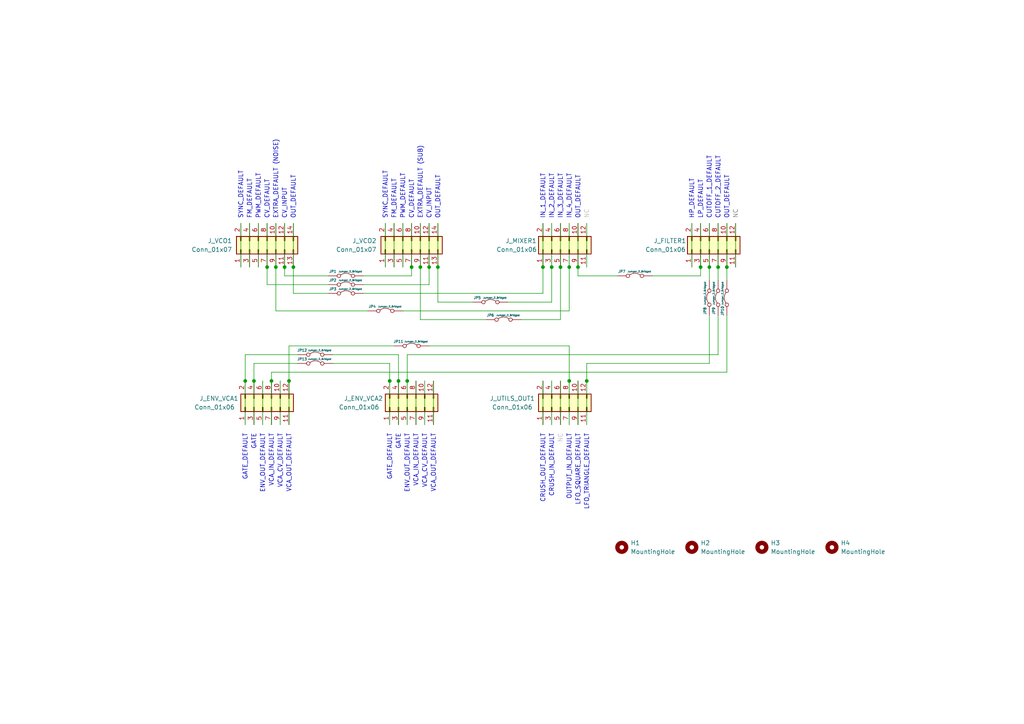
<source format=kicad_sch>
(kicad_sch (version 20250114) (generator "eeschema") (generator_version "9.0")
  (paper "A4")
  (lib_symbols
    (symbol "Connector_Generic:Conn_02x06_Odd_Even" (pin_names (offset 1.016) (hide yes))
      (property "Reference" "J" (at 1.27 7.62 0))
      (property "Value" "Conn_02x06_Odd_Even" (at 1.27 -10.16 0))
      (symbol "Conn_02x06_Odd_Even_1_1"
        (rectangle (start -1.27 6.35) (end 3.81 -8.89) (stroke (width 0.254)) (fill (type background)))
        (rectangle (start -1.27 5.207) (end 0 4.953) (stroke (width 0.1524)))
        (rectangle (start -1.27 2.667) (end 0 2.413) (stroke (width 0.1524)))
        (rectangle (start -1.27 0.127) (end 0 -0.127) (stroke (width 0.1524)))
        (rectangle (start -1.27 -2.413) (end 0 -2.667) (stroke (width 0.1524)))
        (rectangle (start -1.27 -4.953) (end 0 -5.207) (stroke (width 0.1524)))
        (rectangle (start -1.27 -7.493) (end 0 -7.747) (stroke (width 0.1524)))
        (rectangle (start 3.81 5.207) (end 2.54 4.953) (stroke (width 0.1524)))
        (rectangle (start 3.81 2.667) (end 2.54 2.413) (stroke (width 0.1524)))
        (rectangle (start 3.81 0.127) (end 2.54 -0.127) (stroke (width 0.1524)))
        (rectangle (start 3.81 -2.413) (end 2.54 -2.667) (stroke (width 0.1524)))
        (rectangle (start 3.81 -4.953) (end 2.54 -5.207) (stroke (width 0.1524)))
        (rectangle (start 3.81 -7.493) (end 2.54 -7.747) (stroke (width 0.1524)))
        (pin passive line (at -5.08 5.08 0) (length 3.81) (name "Pin_1") (number "1"))
        (pin passive line (at -5.08 2.54 0) (length 3.81) (name "Pin_3") (number "3"))
        (pin passive line (at -5.08 0 0) (length 3.81) (name "Pin_5") (number "5"))
        (pin passive line (at -5.08 -2.54 0) (length 3.81) (name "Pin_7") (number "7"))
        (pin passive line (at -5.08 -5.08 0) (length 3.81) (name "Pin_9") (number "9"))
        (pin passive line (at -5.08 -7.62 0) (length 3.81) (name "Pin_11") (number "11"))
        (pin passive line (at 7.62 5.08 180) (length 3.81) (name "Pin_2") (number "2"))
        (pin passive line (at 7.62 2.54 180) (length 3.81) (name "Pin_4") (number "4"))
        (pin passive line (at 7.62 0 180) (length 3.81) (name "Pin_6") (number "6"))
        (pin passive line (at 7.62 -2.54 180) (length 3.81) (name "Pin_8") (number "8"))
        (pin passive line (at 7.62 -5.08 180) (length 3.81) (name "Pin_10") (number "10"))
        (pin passive line (at 7.62 -7.62 180) (length 3.81) (name "Pin_12") (number "12"))
      )
    )
    (symbol "Connector_Generic:Conn_02x07_Odd_Even" (pin_names (offset 1.016) (hide yes))
      (property "Reference" "J" (at 1.27 10.16 0))
      (property "Value" "Conn_02x07_Odd_Even" (at 1.27 -10.16 0))
      (symbol "Conn_02x07_Odd_Even_1_1"
        (rectangle (start -1.27 8.89) (end 3.81 -8.89) (stroke (width 0.254)) (fill (type background)))
        (rectangle (start -1.27 7.747) (end 0 7.493) (stroke (width 0.1524)))
        (rectangle (start -1.27 5.207) (end 0 4.953) (stroke (width 0.1524)))
        (rectangle (start -1.27 2.667) (end 0 2.413) (stroke (width 0.1524)))
        (rectangle (start -1.27 0.127) (end 0 -0.127) (stroke (width 0.1524)))
        (rectangle (start -1.27 -2.413) (end 0 -2.667) (stroke (width 0.1524)))
        (rectangle (start -1.27 -4.953) (end 0 -5.207) (stroke (width 0.1524)))
        (rectangle (start -1.27 -7.493) (end 0 -7.747) (stroke (width 0.1524)))
        (rectangle (start 3.81 7.747) (end 2.54 7.493) (stroke (width 0.1524)))
        (rectangle (start 3.81 5.207) (end 2.54 4.953) (stroke (width 0.1524)))
        (rectangle (start 3.81 2.667) (end 2.54 2.413) (stroke (width 0.1524)))
        (rectangle (start 3.81 0.127) (end 2.54 -0.127) (stroke (width 0.1524)))
        (rectangle (start 3.81 -2.413) (end 2.54 -2.667) (stroke (width 0.1524)))
        (rectangle (start 3.81 -4.953) (end 2.54 -5.207) (stroke (width 0.1524)))
        (rectangle (start 3.81 -7.493) (end 2.54 -7.747) (stroke (width 0.1524)))
        (pin passive line (at -5.08 7.62 0) (length 3.81) (name "Pin_1") (number "1"))
        (pin passive line (at -5.08 5.08 0) (length 3.81) (name "Pin_3") (number "3"))
        (pin passive line (at -5.08 2.54 0) (length 3.81) (name "Pin_5") (number "5"))
        (pin passive line (at -5.08 0 0) (length 3.81) (name "Pin_7") (number "7"))
        (pin passive line (at -5.08 -2.54 0) (length 3.81) (name "Pin_9") (number "9"))
        (pin passive line (at -5.08 -5.08 0) (length 3.81) (name "Pin_11") (number "11"))
        (pin passive line (at -5.08 -7.62 0) (length 3.81) (name "Pin_13") (number "13"))
        (pin passive line (at 7.62 7.62 180) (length 3.81) (name "Pin_2") (number "2"))
        (pin passive line (at 7.62 5.08 180) (length 3.81) (name "Pin_4") (number "4"))
        (pin passive line (at 7.62 2.54 180) (length 3.81) (name "Pin_6") (number "6"))
        (pin passive line (at 7.62 0 180) (length 3.81) (name "Pin_8") (number "8"))
        (pin passive line (at 7.62 -2.54 180) (length 3.81) (name "Pin_10") (number "10"))
        (pin passive line (at 7.62 -5.08 180) (length 3.81) (name "Pin_12") (number "12"))
        (pin passive line (at 7.62 -7.62 180) (length 3.81) (name "Pin_14") (number "14"))
      )
    )
    (symbol "Jumper:Jumper_2_Bridged" (pin_numbers (hide yes)) (pin_names (offset 0) (hide yes))
      (property "Reference" "JP" (at 0 1.905 0))
      (property "Value" "Jumper_2_Bridged" (at 0 -2.54 0))
      (symbol "Jumper_2_Bridged_0_0"
        (circle (center -2.032 0) (radius 0.508))
        (circle (center 2.032 0) (radius 0.508))
      )
      (symbol "Jumper_2_Bridged_0_1"
        (arc (start -1.524 0.254) (mid 0 0.762) (end 1.524 0.254))
      )
      (symbol "Jumper_2_Bridged_1_1"
        (pin passive line (at -5.08 0 0) (length 2.54) (name "A") (number "1"))
        (pin passive line (at 5.08 0 180) (length 2.54) (name "B") (number "2"))
      )
    )
    (symbol "Mechanical:MountingHole" (pin_names (offset 1.016)) (in_bom no)
      (property "Reference" "H" (at 0 5.08 0))
      (property "Value" "MountingHole" (at 0 3.175 0))
      (symbol "MountingHole_0_1"
        (circle (center 0 0) (radius 1.27) (stroke (width 1.27)))
      )
    )
  )
  (text "HP_DEFAULT" (at 200.66 63.5 90) (effects (font (size 1.27 1.27)) (justify left)))
  (text "VCA_IN_DEFAULT" (at 120.65 125.73 90) (effects (font (size 1.27 1.27)) (justify right)))
  (text "GATE_DEFAULT" (at 113.03 125.73 90) (effects (font (size 1.27 1.27)) (justify right)))
  (text "SYNC_DEFAULT\n" (at 69.85 63.5 90) (effects (font (size 1.27 1.27)) (justify left)))
  (text "OUT_DEFAULT" (at 167.64 63.5 90) (effects (font (size 1.27 1.27)) (justify left)))
  (text "FM_DEFAULT" (at 72.39 63.5 90) (effects (font (size 1.27 1.27)) (justify left)))
  (text "NC" (at 170.18 63.5 90) (effects (font (size 1.27 1.27)) (justify left)))
  (text "PWM_DEFAULT" (at 116.84 63.5 90) (effects (font (size 1.27 1.27)) (justify left)))
  (text "CV_DEFAULT" (at 77.47 63.5 90) (effects (font (size 1.27 1.27)) (justify left)))
  (text "ENV_OUT_DEFAULT" (at 118.11 125.73 90) (effects (font (size 1.27 1.27)) (justify right)))
  (text "VCA_CV_DEFAULT" (at 81.28 125.73 90) (effects (font (size 1.27 1.27)) (justify right)))
  (text "IN_1_DEFAULT" (at 157.48 63.5 90) (effects (font (size 1.27 1.27)) (justify left)))
  (text "CV_DEFAULT" (at 119.38 63.5 90) (effects (font (size 1.27 1.27)) (justify left)))
  (text "VCA_OUT_DEFAULT" (at 125.73 125.73 90) (effects (font (size 1.27 1.27)) (justify right)))
  (text "PWM_DEFAULT" (at 74.93 63.5 90) (effects (font (size 1.27 1.27)) (justify left)))
  (text "VCA_IN_DEFAULT" (at 78.74 125.73 90) (effects (font (size 1.27 1.27)) (justify right)))
  (text "OUT_DEFAULT" (at 127 63.5 90) (effects (font (size 1.27 1.27)) (justify left)))
  (text "NC" (at 162.56 125.73 90) (effects (font (size 1.27 1.27)) (justify right)))
  (text "CRUSH_OUT_DEFAULT" (at 157.48 125.73 90) (effects (font (size 1.27 1.27)) (justify right)))
  (text "OUTPUT_IN_DEFAULT" (at 165.1 125.73 90) (effects (font (size 1.27 1.27)) (justify right)))
  (text "GATE" (at 73.66 125.73 90) (effects (font (size 1.27 1.27)) (justify right)))
  (text "FM_DEFAULT" (at 114.3 63.5 90) (effects (font (size 1.27 1.27)) (justify left)))
  (text "GATE" (at 115.57 125.73 90) (effects (font (size 1.27 1.27)) (justify right)))
  (text "LP_DEFAULT" (at 203.2 63.5 90) (effects (font (size 1.27 1.27)) (justify left)))
  (text "LFO_TRIANGLE_DEFAULT" (at 170.18 125.73 90) (effects (font (size 1.27 1.27)) (justify right)))
  (text "OUT_DEFAULT" (at 85.09 63.5 90) (effects (font (size 1.27 1.27)) (justify left)))
  (text "IN_4_DEFAULT" (at 165.1 63.5 90) (effects (font (size 1.27 1.27)) (justify left)))
  (text "GATE_DEFAULT" (at 71.12 125.73 90) (effects (font (size 1.27 1.27)) (justify right)))
  (text "CUTOFF_1_DEFAULT" (at 205.74 63.5 90) (effects (font (size 1.27 1.27)) (justify left)))
  (text "IN_2_DEFAULT" (at 160.02 63.5 90) (effects (font (size 1.27 1.27)) (justify left)))
  (text "CRUSH_IN_DEFAULT" (at 160.02 125.73 90) (effects (font (size 1.27 1.27)) (justify right)))
  (text "VCA_CV_DEFAULT" (at 123.19 125.73 90) (effects (font (size 1.27 1.27)) (justify right)))
  (text "SYNC_DEFAULT\n" (at 111.76 63.5 90) (effects (font (size 1.27 1.27)) (justify left)))
  (text "IN_3_DEFAULT" (at 162.56 63.5 90) (effects (font (size 1.27 1.27)) (justify left)))
  (text "CUTOFF_2_DEFAULT" (at 208.28 63.5 90) (effects (font (size 1.27 1.27)) (justify left)))
  (text "EXTRA_DEFAULT (SUB)" (at 121.92 63.5 90) (effects (font (size 1.27 1.27)) (justify left)))
  (text "CV_INPUT" (at 124.46 63.5 90) (effects (font (size 1.27 1.27)) (justify left)))
  (text "CV_INPUT" (at 82.55 63.5 90) (effects (font (size 1.27 1.27)) (justify left)))
  (text "VCA_OUT_DEFAULT" (at 83.82 125.73 90) (effects (font (size 1.27 1.27)) (justify right)))
  (text "NC" (at 213.36 63.5 90) (effects (font (size 1.27 1.27)) (justify left)))
  (text "ENV_OUT_DEFAULT" (at 76.2 125.73 90) (effects (font (size 1.27 1.27)) (justify right)))
  (text "OUT_DEFAULT" (at 210.82 63.5 90) (effects (font (size 1.27 1.27)) (justify left)))
  (text "EXTRA_DEFAULT (NOISE)" (at 80.01 63.5 90) (effects (font (size 1.27 1.27)) (justify left)))
  (text "LFO_SQUARE_DEFAULT" (at 167.64 125.73 90) (effects (font (size 1.27 1.27)) (justify right)))
  (junction (at 160.02 77.47))
  (junction (at 167.64 77.47))
  (junction (at 162.56 77.47))
  (junction (at 82.55 77.47))
  (junction (at 170.18 110.49))
  (junction (at 78.74 110.49))
  (junction (at 77.47 77.47))
  (junction (at 115.57 110.49))
  (junction (at 85.09 77.47))
  (junction (at 80.01 77.47))
  (junction (at 157.48 77.47))
  (junction (at 205.74 77.47))
  (junction (at 73.66 110.49))
  (junction (at 165.1 110.49))
  (junction (at 165.1 77.47))
  (junction (at 124.46 77.47))
  (junction (at 210.82 77.47))
  (junction (at 83.82 110.49))
  (junction (at 119.38 77.47))
  (junction (at 121.92 77.47))
  (junction (at 127 77.47))
  (junction (at 118.11 110.49))
  (junction (at 113.03 110.49))
  (junction (at 71.12 110.49))
  (junction (at 208.28 77.47))
  (junction (at 203.2 77.47))
  (wire (pts (xy 210.82 91.44) (xy 210.82 107.95)))
  (wire (pts (xy 83.82 100.33) (xy 114.3 100.33)))
  (wire (pts (xy 170.18 64.77) (xy 170.18 77.47)))
  (wire (pts (xy 78.74 107.95) (xy 78.74 110.49)))
  (wire (pts (xy 96.52 105.41) (xy 113.03 105.41)))
  (wire (pts (xy 80.01 64.77) (xy 80.01 77.47)))
  (wire (pts (xy 160.02 64.77) (xy 160.02 77.47)))
  (wire (pts (xy 83.82 110.49) (xy 83.82 123.19)))
  (wire (pts (xy 118.11 110.49) (xy 118.11 123.19)))
  (wire (pts (xy 121.92 64.77) (xy 121.92 77.47)))
  (wire (pts (xy 170.18 110.49) (xy 170.18 105.41)))
  (wire (pts (xy 121.92 92.71) (xy 140.97 92.71)))
  (wire (pts (xy 72.39 64.77) (xy 72.39 77.47)))
  (wire (pts (xy 71.12 110.49) (xy 71.12 102.87)))
  (wire (pts (xy 170.18 105.41) (xy 205.74 105.41)))
  (wire (pts (xy 162.56 64.77) (xy 162.56 77.47)))
  (wire (pts (xy 127 77.47) (xy 127 87.63)))
  (wire (pts (xy 116.84 90.17) (xy 165.1 90.17)))
  (wire (pts (xy 114.3 64.77) (xy 114.3 77.47)))
  (wire (pts (xy 80.01 77.47) (xy 80.01 90.17)))
  (wire (pts (xy 210.82 64.77) (xy 210.82 77.47)))
  (wire (pts (xy 160.02 87.63) (xy 160.02 77.47)))
  (wire (pts (xy 120.65 110.49) (xy 120.65 123.19)))
  (wire (pts (xy 71.12 110.49) (xy 71.12 123.19)))
  (wire (pts (xy 69.85 64.77) (xy 69.85 77.47)))
  (wire (pts (xy 167.64 64.77) (xy 167.64 77.47)))
  (wire (pts (xy 208.28 81.28) (xy 208.28 77.47)))
  (wire (pts (xy 205.74 64.77) (xy 205.74 77.47)))
  (wire (pts (xy 105.41 82.55) (xy 124.46 82.55)))
  (wire (pts (xy 147.32 87.63) (xy 160.02 87.63)))
  (wire (pts (xy 157.48 110.49) (xy 157.48 123.19)))
  (wire (pts (xy 200.66 64.77) (xy 200.66 77.47)))
  (wire (pts (xy 124.46 64.77) (xy 124.46 77.47)))
  (wire (pts (xy 157.48 85.09) (xy 157.48 77.47)))
  (wire (pts (xy 85.09 85.09) (xy 95.25 85.09)))
  (wire (pts (xy 80.01 90.17) (xy 106.68 90.17)))
  (wire (pts (xy 121.92 77.47) (xy 121.92 92.71)))
  (wire (pts (xy 83.82 110.49) (xy 83.82 100.33)))
  (wire (pts (xy 115.57 102.87) (xy 115.57 110.49)))
  (wire (pts (xy 213.36 64.77) (xy 213.36 77.47)))
  (wire (pts (xy 162.56 92.71) (xy 162.56 77.47)))
  (wire (pts (xy 205.74 105.41) (xy 205.74 91.44)))
  (wire (pts (xy 165.1 100.33) (xy 165.1 110.49)))
  (wire (pts (xy 105.41 80.01) (xy 119.38 80.01)))
  (wire (pts (xy 210.82 77.47) (xy 210.82 81.28)))
  (wire (pts (xy 189.23 80.01) (xy 203.2 80.01)))
  (wire (pts (xy 73.66 105.41) (xy 86.36 105.41)))
  (wire (pts (xy 115.57 110.49) (xy 115.57 123.19)))
  (wire (pts (xy 167.64 77.47) (xy 167.64 80.01)))
  (wire (pts (xy 124.46 100.33) (xy 165.1 100.33)))
  (wire (pts (xy 123.19 110.49) (xy 123.19 123.19)))
  (wire (pts (xy 113.03 110.49) (xy 113.03 123.19)))
  (wire (pts (xy 208.28 102.87) (xy 208.28 91.44)))
  (wire (pts (xy 73.66 110.49) (xy 73.66 105.41)))
  (wire (pts (xy 82.55 64.77) (xy 82.55 77.47)))
  (wire (pts (xy 208.28 64.77) (xy 208.28 77.47)))
  (wire (pts (xy 76.2 110.49) (xy 76.2 123.19)))
  (wire (pts (xy 160.02 110.49) (xy 160.02 123.19)))
  (wire (pts (xy 118.11 102.87) (xy 208.28 102.87)))
  (wire (pts (xy 82.55 80.01) (xy 95.25 80.01)))
  (wire (pts (xy 162.56 110.49) (xy 162.56 123.19)))
  (wire (pts (xy 125.73 110.49) (xy 125.73 123.19)))
  (wire (pts (xy 165.1 64.77) (xy 165.1 77.47)))
  (wire (pts (xy 116.84 64.77) (xy 116.84 77.47)))
  (wire (pts (xy 73.66 110.49) (xy 73.66 123.19)))
  (wire (pts (xy 85.09 64.77) (xy 85.09 77.47)))
  (wire (pts (xy 205.74 81.28) (xy 205.74 77.47)))
  (wire (pts (xy 167.64 110.49) (xy 167.64 123.19)))
  (wire (pts (xy 85.09 77.47) (xy 85.09 85.09)))
  (wire (pts (xy 210.82 107.95) (xy 78.74 107.95)))
  (wire (pts (xy 127 87.63) (xy 137.16 87.63)))
  (wire (pts (xy 165.1 110.49) (xy 165.1 123.19)))
  (wire (pts (xy 77.47 64.77) (xy 77.47 77.47)))
  (wire (pts (xy 118.11 110.49) (xy 118.11 102.87)))
  (wire (pts (xy 119.38 80.01) (xy 119.38 77.47)))
  (wire (pts (xy 96.52 102.87) (xy 115.57 102.87)))
  (wire (pts (xy 203.2 64.77) (xy 203.2 77.47)))
  (wire (pts (xy 124.46 82.55) (xy 124.46 77.47)))
  (wire (pts (xy 119.38 64.77) (xy 119.38 77.47)))
  (wire (pts (xy 71.12 102.87) (xy 86.36 102.87)))
  (wire (pts (xy 81.28 110.49) (xy 81.28 123.19)))
  (wire (pts (xy 113.03 105.41) (xy 113.03 110.49)))
  (wire (pts (xy 78.74 110.49) (xy 78.74 123.19)))
  (wire (pts (xy 105.41 85.09) (xy 157.48 85.09)))
  (wire (pts (xy 111.76 64.77) (xy 111.76 77.47)))
  (wire (pts (xy 82.55 77.47) (xy 82.55 80.01)))
  (wire (pts (xy 77.47 82.55) (xy 95.25 82.55)))
  (wire (pts (xy 167.64 80.01) (xy 179.07 80.01)))
  (wire (pts (xy 151.13 92.71) (xy 162.56 92.71)))
  (wire (pts (xy 203.2 80.01) (xy 203.2 77.47)))
  (wire (pts (xy 74.93 64.77) (xy 74.93 77.47)))
  (wire (pts (xy 77.47 77.47) (xy 77.47 82.55)))
  (wire (pts (xy 127 64.77) (xy 127 77.47)))
  (wire (pts (xy 165.1 90.17) (xy 165.1 77.47)))
  (wire (pts (xy 170.18 110.49) (xy 170.18 123.19)))
  (wire (pts (xy 157.48 64.77) (xy 157.48 77.47)))
  (symbol (lib_id "Jumper:Jumper_2_Bridged") (at 142.24 87.63 0) (unit 1)
    (property "Reference" "JP5" (at 138.43 86.36 0) (effects (font (size 0.75 0.75))))
    (property "Value" "Jumper_2_Bridged" (at 143.51 86.36 0) (effects (font (size 0.5 0.5))))
    (property "Footprint" "Jumper:SolderJumper-2_P1.3mm_Bridged_RoundedPad1.0x1.5mm" (effects (hide yes)))
    (property "Description" "Jumper, 2-pole, closed/bridged" (effects (hide yes)))
  )
  (symbol (lib_id "Jumper:Jumper_2_Bridged") (at 111.76 90.17 0) (unit 1)
    (property "Reference" "JP4" (at 107.95 88.9 0) (effects (font (size 0.75 0.75))))
    (property "Value" "Jumper_2_Bridged" (at 113.03 88.9 0) (effects (font (size 0.5 0.5))))
    (property "Footprint" "Jumper:SolderJumper-2_P1.3mm_Bridged_RoundedPad1.0x1.5mm" (effects (hide yes)))
    (property "Description" "Jumper, 2-pole, closed/bridged" (effects (hide yes)))
  )
  (symbol (lib_id "Jumper:Jumper_2_Bridged") (at 208.28 86.36 90) (unit 1)
    (property "Reference" "JP9" (at 207.01 90.17 0) (effects (font (size 0.75 0.75))))
    (property "Value" "Jumper_2_Bridged" (at 207.01 85.09 0) (effects (font (size 0.5 0.5))))
    (property "Footprint" "Jumper:SolderJumper-2_P1.3mm_Bridged_RoundedPad1.0x1.5mm" (effects (hide yes)))
    (property "Description" "Jumper, 2-pole, closed/bridged" (effects (hide yes)))
  )
  (symbol (lib_id "Mechanical:MountingHole") (at 241.3 158.75 0) (unit 1) (in_bom no)
    (property "Reference" "H4" (at 243.84 157.4799 0) (effects (justify left)))
    (property "Value" "MountingHole" (at 243.84 160.0199 0) (effects (justify left)))
    (property "Footprint" "MountingHole:MountingHole_3.2mm_M3" (effects (hide yes)))
    (property "Description" "Mounting Hole without connection" (effects (hide yes)))
  )
  (symbol (lib_id "Jumper:Jumper_2_Bridged") (at 91.44 102.87 0) (unit 1)
    (property "Reference" "JP12" (at 87.63 101.6 0) (effects (font (size 0.75 0.75))))
    (property "Value" "Jumper_2_Bridged" (at 92.71 101.6 0) (effects (font (size 0.5 0.5))))
    (property "Footprint" "Jumper:SolderJumper-2_P1.3mm_Bridged_RoundedPad1.0x1.5mm" (effects (hide yes)))
    (property "Description" "Jumper, 2-pole, closed/bridged" (effects (hide yes)))
  )
  (symbol (lib_id "Jumper:Jumper_2_Bridged") (at 210.82 86.36 90) (unit 1)
    (property "Reference" "JP10" (at 209.55 90.17 0) (effects (font (size 0.75 0.75))))
    (property "Value" "Jumper_2_Bridged" (at 209.55 85.09 0) (effects (font (size 0.5 0.5))))
    (property "Footprint" "Jumper:SolderJumper-2_P1.3mm_Bridged_RoundedPad1.0x1.5mm" (effects (hide yes)))
    (property "Description" "Jumper, 2-pole, closed/bridged" (effects (hide yes)))
  )
  (symbol (lib_id "Mechanical:MountingHole") (at 180.34 158.75 0) (unit 1) (in_bom no)
    (property "Reference" "H1" (at 182.88 157.4799 0) (effects (justify left)))
    (property "Value" "MountingHole" (at 182.88 160.0199 0) (effects (justify left)))
    (property "Footprint" "MountingHole:MountingHole_3.2mm_M3" (effects (hide yes)))
    (property "Description" "Mounting Hole without connection" (effects (hide yes)))
  )
  (symbol (lib_id "Jumper:Jumper_2_Bridged") (at 119.38 100.33 0) (unit 1)
    (property "Reference" "JP11" (at 115.57 99.06 0) (effects (font (size 0.75 0.75))))
    (property "Value" "Jumper_2_Bridged" (at 120.65 99.06 0) (effects (font (size 0.5 0.5))))
    (property "Footprint" "Jumper:SolderJumper-2_P1.3mm_Bridged_RoundedPad1.0x1.5mm" (effects (hide yes)))
    (property "Description" "Jumper, 2-pole, closed/bridged" (effects (hide yes)))
  )
  (symbol (lib_id "Jumper:Jumper_2_Bridged") (at 100.33 80.01 0) (unit 1)
    (property "Reference" "JP1" (at 96.52 78.74 0) (effects (font (size 0.75 0.75))))
    (property "Value" "Jumper_2_Bridged" (at 101.6 78.74 0) (effects (font (size 0.5 0.5))))
    (property "Footprint" "Jumper:SolderJumper-2_P1.3mm_Bridged_RoundedPad1.0x1.5mm" (effects (hide yes)))
    (property "Description" "Jumper, 2-pole, closed/bridged" (effects (hide yes)))
  )
  (symbol (lib_id "Jumper:Jumper_2_Bridged") (at 91.44 105.41 0) (unit 1)
    (property "Reference" "JP13" (at 87.63 104.14 0) (effects (font (size 0.75 0.75))))
    (property "Value" "Jumper_2_Bridged" (at 92.71 104.14 0) (effects (font (size 0.5 0.5))))
    (property "Footprint" "Jumper:SolderJumper-2_P1.3mm_Bridged_RoundedPad1.0x1.5mm" (effects (hide yes)))
    (property "Description" "Jumper, 2-pole, closed/bridged" (effects (hide yes)))
  )
  (symbol (lib_id "Jumper:Jumper_2_Bridged") (at 205.74 86.36 90) (unit 1)
    (property "Reference" "JP8" (at 204.47 90.17 0) (effects (font (size 0.75 0.75))))
    (property "Value" "Jumper_2_Bridged" (at 204.47 85.09 0) (effects (font (size 0.5 0.5))))
    (property "Footprint" "Jumper:SolderJumper-2_P1.3mm_Bridged_RoundedPad1.0x1.5mm" (effects (hide yes)))
    (property "Description" "Jumper, 2-pole, closed/bridged" (effects (hide yes)))
  )
  (symbol (lib_id "Connector_Generic:Conn_02x06_Odd_Even") (at 118.11 118.11 90) (unit 1)
    (property "Reference" "J_ENV_VCA2" (at 105.41 115.57 90))
    (property "Value" "Conn_01x06" (at 104.14 118.11 90))
    (property "Footprint" "Connector_PinHeader_2.54mm:PinHeader_2x06_P2.54mm_Vertical" (effects (hide yes)))
    (property "Description" "Generic connector, double row, 02x06, odd/even pin numbering scheme (row 1 odd numbers, row 2 even numbers), script generated (kicad-library-utils/schlib/autogen/connector/)" (effects (hide yes)))
  )
  (symbol (lib_id "Jumper:Jumper_2_Bridged") (at 146.05 92.71 0) (unit 1)
    (property "Reference" "JP6" (at 142.24 91.44 0) (effects (font (size 0.75 0.75))))
    (property "Value" "Jumper_2_Bridged" (at 147.32 91.44 0) (effects (font (size 0.5 0.5))))
    (property "Footprint" "Jumper:SolderJumper-2_P1.3mm_Bridged_RoundedPad1.0x1.5mm" (effects (hide yes)))
    (property "Description" "Jumper, 2-pole, closed/bridged" (effects (hide yes)))
  )
  (symbol (lib_id "Jumper:Jumper_2_Bridged") (at 184.15 80.01 0) (unit 1)
    (property "Reference" "JP7" (at 180.34 78.74 0) (effects (font (size 0.75 0.75))))
    (property "Value" "Jumper_2_Bridged" (at 185.42 78.74 0) (effects (font (size 0.5 0.5))))
    (property "Footprint" "Jumper:SolderJumper-2_P1.3mm_Bridged_RoundedPad1.0x1.5mm" (effects (hide yes)))
    (property "Description" "Jumper, 2-pole, closed/bridged" (effects (hide yes)))
  )
  (symbol (lib_id "Jumper:Jumper_2_Bridged") (at 100.33 82.55 0) (unit 1)
    (property "Reference" "JP2" (at 96.52 81.28 0) (effects (font (size 0.75 0.75))))
    (property "Value" "Jumper_2_Bridged" (at 101.6 81.28 0) (effects (font (size 0.5 0.5))))
    (property "Footprint" "Jumper:SolderJumper-2_P1.3mm_Bridged_RoundedPad1.0x1.5mm" (effects (hide yes)))
    (property "Description" "Jumper, 2-pole, closed/bridged" (effects (hide yes)))
  )
  (symbol (lib_id "Connector_Generic:Conn_02x06_Odd_Even") (at 76.2 118.11 90) (unit 1)
    (property "Reference" "J_ENV_VCA1" (at 63.5 115.57 90))
    (property "Value" "Conn_01x06" (at 62.23 118.11 90))
    (property "Footprint" "Connector_PinHeader_2.54mm:PinHeader_2x06_P2.54mm_Vertical" (effects (hide yes)))
    (property "Description" "Generic connector, double row, 02x06, odd/even pin numbering scheme (row 1 odd numbers, row 2 even numbers), script generated (kicad-library-utils/schlib/autogen/connector/)" (effects (hide yes)))
  )
  (symbol (lib_id "Jumper:Jumper_2_Bridged") (at 100.33 85.09 0) (unit 1)
    (property "Reference" "JP3" (at 96.52 83.82 0) (effects (font (size 0.75 0.75))))
    (property "Value" "Jumper_2_Bridged" (at 101.6 83.82 0) (effects (font (size 0.5 0.5))))
    (property "Footprint" "Jumper:SolderJumper-2_P1.3mm_Bridged_RoundedPad1.0x1.5mm" (effects (hide yes)))
    (property "Description" "Jumper, 2-pole, closed/bridged" (effects (hide yes)))
  )
  (symbol (lib_id "Connector_Generic:Conn_02x06_Odd_Even") (at 162.56 72.39 90) (unit 1)
    (property "Reference" "J_MIXER1" (at 151.13 69.85 90))
    (property "Value" "Conn_01x06" (at 149.86 72.39 90))
    (property "Footprint" "Connector_PinHeader_2.54mm:PinHeader_2x06_P2.54mm_Vertical" (effects (hide yes)))
    (property "Description" "Generic connector, double row, 02x06, odd/even pin numbering scheme (row 1 odd numbers, row 2 even numbers), script generated (kicad-library-utils/schlib/autogen/connector/)" (effects (hide yes)))
  )
  (symbol (lib_id "Connector_Generic:Conn_02x06_Odd_Even") (at 205.74 72.39 90) (unit 1)
    (property "Reference" "J_FILTER1" (at 194.31 69.85 90))
    (property "Value" "Conn_01x06" (at 193.04 72.39 90))
    (property "Footprint" "Connector_PinHeader_2.54mm:PinHeader_2x06_P2.54mm_Vertical" (effects (hide yes)))
    (property "Description" "Generic connector, double row, 02x06, odd/even pin numbering scheme (row 1 odd numbers, row 2 even numbers), script generated (kicad-library-utils/schlib/autogen/connector/)" (effects (hide yes)))
  )
  (symbol (lib_id "Connector_Generic:Conn_02x06_Odd_Even") (at 162.56 118.11 90) (unit 1)
    (property "Reference" "J_UTILS_OUT1" (at 148.59 115.57 90))
    (property "Value" "Conn_01x06" (at 148.59 118.11 90))
    (property "Footprint" "Connector_PinHeader_2.54mm:PinHeader_2x06_P2.54mm_Vertical" (effects (hide yes)))
    (property "Description" "Generic connector, double row, 02x06, odd/even pin numbering scheme (row 1 odd numbers, row 2 even numbers), script generated (kicad-library-utils/schlib/autogen/connector/)" (effects (hide yes)))
  )
  (symbol (lib_id "Mechanical:MountingHole") (at 200.66 158.75 0) (unit 1) (in_bom no)
    (property "Reference" "H2" (at 203.2 157.4799 0) (effects (justify left)))
    (property "Value" "MountingHole" (at 203.2 160.0199 0) (effects (justify left)))
    (property "Footprint" "MountingHole:MountingHole_3.2mm_M3" (effects (hide yes)))
    (property "Description" "Mounting Hole without connection" (effects (hide yes)))
  )
  (symbol (lib_id "Connector_Generic:Conn_02x07_Odd_Even") (at 119.38 72.39 90) (unit 1)
    (property "Reference" "J_VCO2" (at 109.22 69.8499 90) (effects (justify left)))
    (property "Value" "Conn_01x07" (at 109.22 72.3899 90) (effects (justify left)))
    (property "Footprint" "Connector_PinHeader_2.54mm:PinHeader_2x07_P2.54mm_Vertical" (effects (hide yes)))
    (property "Description" "Generic connector, double row, 02x07, odd/even pin numbering scheme (row 1 odd numbers, row 2 even numbers), script generated (kicad-library-utils/schlib/autogen/connector/)" (effects (hide yes)))
  )
  (symbol (lib_id "Mechanical:MountingHole") (at 220.98 158.75 0) (unit 1) (in_bom no)
    (property "Reference" "H3" (at 223.52 157.4799 0) (effects (justify left)))
    (property "Value" "MountingHole" (at 223.52 160.0199 0) (effects (justify left)))
    (property "Footprint" "MountingHole:MountingHole_3.2mm_M3" (effects (hide yes)))
    (property "Description" "Mounting Hole without connection" (effects (hide yes)))
  )
  (symbol (lib_id "Connector_Generic:Conn_02x07_Odd_Even") (at 77.47 72.39 90) (unit 1)
    (property "Reference" "J_VCO1" (at 67.31 69.8499 90) (effects (justify left)))
    (property "Value" "Conn_01x07" (at 67.31 72.3899 90) (effects (justify left)))
    (property "Footprint" "Connector_PinHeader_2.54mm:PinHeader_2x07_P2.54mm_Vertical" (effects (hide yes)))
    (property "Description" "Generic connector, double row, 02x07, odd/even pin numbering scheme (row 1 odd numbers, row 2 even numbers), script generated (kicad-library-utils/schlib/autogen/connector/)" (effects (hide yes)))
  )
)
</source>
